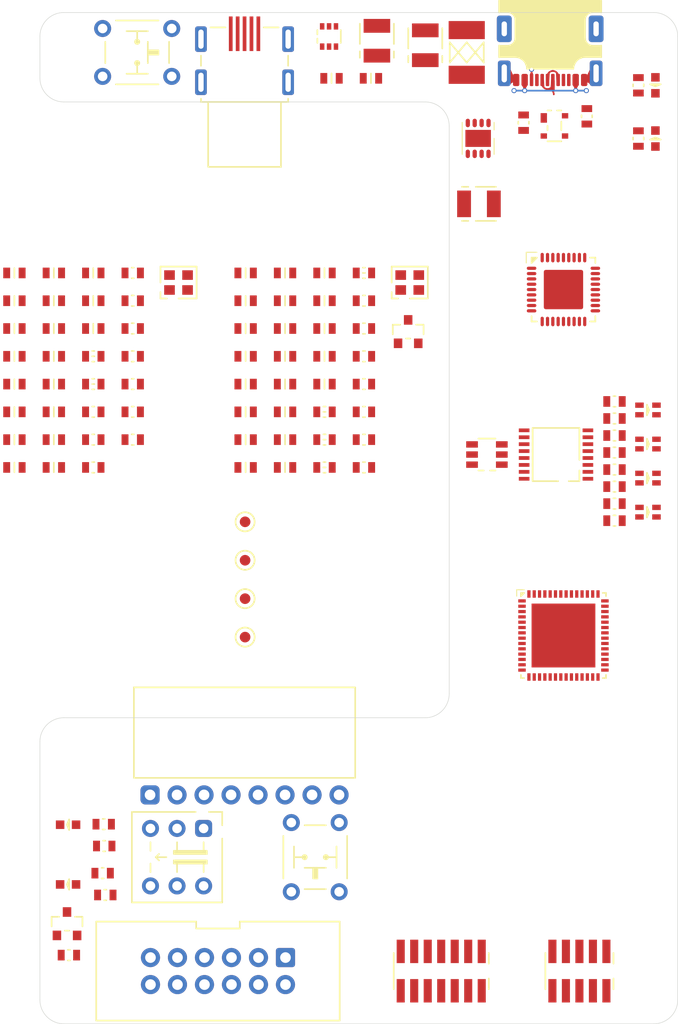
<source format=kicad_pcb>
(kicad_pcb (version 20240108) (generator "pcbnew") (generator_version "8.0")
  (title_block (title "PROGRAMMER & DEBUGGER") (date "2024-12-08") (rev "0.1") (company "TON DUC THANG UNIVERSITY") (comment 1 "Schematic Designed by ...") (comment 2 "PCB Designed by ...") (comment 3 "Approved by ..."))
  (layers (0 "F.Cu" signal) (1 "In1.Cu" signal) (2 "In2.Cu" signal) (31 "B.Cu" signal) (34 "B.Paste" user) (35 "F.Paste" user) (36 "B.SilkS" user "B.Silkscreen") (37 "F.SilkS" user "F.Silkscreen") (38 "B.Mask" user) (39 "F.Mask" user) (44 "Edge.Cuts" user))
  (net 0 "")
  (net 1 "Net-(U1-~{SHDN})")
  (net 2 "GND")
  (net 3 "+5V")
  (net 4 "Net-(U1-CDELAY)")
  (net 5 "+3V3")
  (net 6 "Net-(U2-CRFILT)")
  (net 7 "Net-(U2-PLLFILT)")
  (net 8 "Net-(U2-~{RESET})")
  (net 9 "VTG")
  (net 10 "/USB HUB/USB_N")
  (net 11 "/USB HUB/USB_P")
  (net 12 "Net-(D2-PadA)")
  (net 13 "/TERMINALS/~{MCLR}")
  (net 14 "Net-(D5-PadA)")
  (net 15 "Net-(D6-PadA)")
  (net 16 "Net-(F1-Pad1)")
  (net 17 "Net-(J1-CC2)")
  (net 19 "Net-(J1-CC1)")
  (net 21 "/TERMINALS/DBG_TXD1")
  (net 22 "/USB HUB/XTALIN")
  (net 23 "Net-(SW1-NO1)")
  (net 25 "/USB HUB/XTALOUT")
  (net 26 "Net-(C11-Pad2)")
  (net 27 "Net-(C16-Pad2)")
  (net 28 "Net-(Q1-G)")
  (net 29 "Net-(U2-RBIAS)")
  (net 30 "Net-(U2-SDA{slash}SMBDATA{slash}NON_REM1)")
  (net 31 "Net-(U2-SCL{slash}SMBCLK{slash}CFG_SEL0)")
  (net 32 "Net-(U2-SUSP_IND{slash}LOCAL_PWR{slash}NON_REM0)")
  (net 33 "Net-(U2-VBUS_DET)")
  (net 34 "Net-(C40-Pad2)")
  (net 35 "Net-(U8-VREGIN)")
  (net 36 "Net-(U8-VPLL)")
  (net 37 "Net-(U8-VPHY)")
  (net 38 "Net-(SW1-NC2)")
  (net 39 "Net-(SW1-NO2)")
  (net 40 "/USB HUB/USB1_P")
  (net 41 "/USB HUB/USB1_N")
  (net 42 "Net-(U8-VREGOUT)")
  (net 46 "/VCP/OSCI")
  (net 47 "/VCP/OSCO")
  (net 48 "Net-(Q1-D)")
  (net 49 "Net-(U1-PWRGD)")
  (net 50 "Net-(D7-GA)")
  (net 51 "Net-(D7-RA)")
  (net 52 "Net-(D8-GA)")
  (net 53 "Net-(D8-RA)")
  (net 54 "Net-(D9-RA)")
  (net 55 "Net-(D9-GA)")
  (net 56 "Net-(D10-RA)")
  (net 57 "Net-(D10-GA)")
  (net 58 "/TERMINALS/USB1_VBUS")
  (net 59 "/TERMINALS/PGD")
  (net 60 "/TERMINALS/AUX_RXD1")
  (net 61 "/TERMINALS/DBG_RXD1")
  (net 62 "/TERMINALS/PGC")
  (net 63 "/TERMINALS/USB1_DP")
  (net 64 "/TERMINALS/AUX_TXD1")
  (net 65 "/TERMINALS/VDD_SEN")
  (net 66 "/TERMINALS/USB1_DM")
  (net 67 "/TERMINALS/SWO")
  (net 68 "/TERMINALS/DBG_TXD2")
  (net 69 "/TERMINALS/PRG_USB_P")
  (net 70 "/TERMINALS/PRG_USB_N")
  (net 71 "/TERMINALS/USB2_VBUS")
  (net 72 "/TERMINALS/AUX_TXD2")
  (net 73 "/TERMINALS/DBG_RXD2")
  (net 74 "/TERMINALS/USB2_DP")
  (net 75 "/TERMINALS/USB2_DM")
  (net 76 "/TERMINALS/AUX_RXD2")
  (net 77 "Net-(Q2-D)")
  (net 79 "Net-(U2-HS_IND{slash}CFG_SEL1)")
  (net 80 "/VCP/EECLK")
  (net 81 "Net-(U3-DO)")
  (net 82 "/VCP/EEDATA")
  (net 83 "/VCP/EECS")
  (net 84 "Net-(U8-REF)")
  (net 85 "/VCP/~{PWREN}")
  (net 86 "Net-(U9-Q6)")
  (net 87 "Net-(U9-Q7)")
  (net 88 "Net-(U9-Q4)")
  (net 89 "Net-(U9-Q5)")
  (net 90 "Net-(U9-Q2)")
  (net 91 "Net-(U9-Q3)")
  (net 92 "Net-(U9-Q0)")
  (net 93 "Net-(U9-Q1)")
  (net 94 "/USB HUB/USB1_VBUS")
  (net 99 "/TERMINALS/PRG_VBUS")
  (footprint "SAMPI:RES0603" (layer "F.Cu") (at 70.704999 77.685001)
    (property "Reference" "R10" (hide yes))
    (property "Value" "100K" (hide yes))
  )
  (footprint "SAMPI:CAP0603" (layer "F.Cu") (at 63.284999 88.125001)
    (property "Reference" "C35" (hide yes))
    (property "Value" "10nF" (hide yes))
  )
  (footprint "SAMPI:RES0603" (layer "F.Cu") (at 67.874999 128.850001)
    (property "Reference" "R22" (hide yes))
    (property "Value" "1K" (hide yes))
  )
  (footprint "SAMPI:RES0603" (layer "F.Cu") (at 116.024999 86.137501)
    (property "Reference" "R49" (hide yes))
    (property "Value" "1K" (hide yes))
  )
  (footprint "SAMPI:CAP0603" (layer "F.Cu") (at 63.284999 75.075001)
    (property "Reference" "C14" (hide yes))
    (property "Value" "10nF" (hide yes))
  )
  (footprint "SAMPI:RES0603" (layer "F.Cu") (at 116.024999 90.937501)
    (property "Reference" "R54" (hide yes))
    (property "Value" "1K" (hide yes))
  )
  (footprint "SAMPI:RES0603" (layer "F.Cu") (at 92.454999 88.125001)
    (property "Reference" "R47" (hide yes))
    (property "Value" "10K" (hide yes))
  )
  (footprint "SAMPI:CAP1411" (layer "F.Cu") (at 98.224999 51.075001 90)
    (property "Reference" "C3" (hide yes))
    (property "Value" "220uF" (hide yes))
  )
  (footprint "SAMPI:FT0603" (layer "F.Cu") (at 88.744999 88.125001)
    (property "Reference" "FT4" (hide yes))
    (property "Value" "120R@100MHz" (hide yes))
  )
  (footprint "SAMPI:RES0603" (layer "F.Cu") (at 70.704999 82.905001)
    (property "Reference" "R25" (hide yes))
    (property "Value" "100K" (hide yes))
  )
  (footprint "SAMPI:RES0603" (layer "F.Cu") (at 107.474999 58.350001 90)
    (property "Reference" "R1" (hide yes))
    (property "Value" "5.1K" (hide yes))
  )
  (footprint "SAMPI:TP1MM" (layer "F.Cu") (at 81.274999 106.675001)
    (property "Reference" "TP6" (hide yes))
    (property "Value" "GND" (hide yes))
  )
  (footprint "SAMPI:CAP0603" (layer "F.Cu") (at 59.574999 72.465001)
    (property "Reference" "C4" (hide yes))
    (property "Value" "100nF" (hide yes))
  )
  (footprint "SAMPI:CAP1411" (layer "F.Cu") (at 103.274999 65.975001)
    (property "Reference" "C6" (hide yes))
    (property "Value" "220uF" (hide yes))
  )
  (footprint "SAMPI:DFN8_3x3_MCHP" (layer "F.Cu") (at 103.199999 59.825001 180)
    (property "Reference" "U1" (hide yes))
    (property "Value" "LDO 3.3V" (hide yes))
  )
  (footprint "SAMPI:CAP0603" (layer "F.Cu") (at 88.744999 77.685001)
    (property "Reference" "C54" (hide yes))
    (property "Value" "10uF" (hide yes))
  )
  (footprint "SAMPI:SCREWHOLE-2.5M" (layer "F.Cu") (at 64.225 52.200001)
    (property "Reference" "SH1" (hide yes))
    (property "Value" "SCREW HOLDER" (hide yes))
  )
  (footprint "SAMPI:CAP0603" (layer "F.Cu") (at 85.034999 90.735001)
    (property "Reference" "C51" (hide yes))
    (property "Value" "22pF" (hide yes))
  )
  (footprint "SAMPI:LED0603" (layer "F.Cu") (at 119.874999 54.837501 90)
    (property "Reference" "D3" (hide yes))
    (property "Value" "POWER" (hide yes))
  )
  (footprint "SAMPI:CAP0603" (layer "F.Cu") (at 66.994999 72.465001)
    (property "Reference" "C37" (hide yes))
    (property "Value" "10nF" (hide yes))
  )
  (footprint "SAMPI:RES0603" (layer "F.Cu") (at 92.454999 82.905001)
    (property "Reference" "R39" (hide yes))
    (property "Value" "10K" (hide yes))
  )
  (footprint "SAMPI:TP1MM" (layer "F.Cu") (at 81.274999 95.845001)
    (property "Reference" "TP3" (hide yes))
    (property "Value" "5V" (hide yes))
  )
  (footprint "SAMPI:SCREWHOLE-2.5M" (layer "F.Cu") (at 64.224999 116.500001)
    (property "Reference" "SH7" (hide yes))
    (property "Value" "SCREW HOLDER" (hide yes))
  )
  (footprint "SAMPI:CAP0603" (layer "F.Cu") (at 81.324999 90.735001)
    (property "Reference" "C43" (hide yes))
    (property "Value" "100nF" (hide yes))
  )
  (footprint "SAMPI:CAP0603" (layer "F.Cu") (at 59.574999 75.075001)
    (property "Reference" "C5" (hide yes))
    (property "Value" "100nF" (hide yes))
  )
  (footprint "SAMPI:RES0603" (layer "F.Cu") (at 116.024999 95.737501)
    (property "Reference" "R55" (hide yes))
    (property "Value" "1K" (hide yes))
  )
  (footprint "SAMPI:IDC-2x6x2.54MM_TH" (layer "F.Cu") (at 78.724999 138.050001 180)
    (property "Reference" "J5" (hide yes))
    (property "Value" "MCDBG PORT" (hide yes))
  )
  (footprint "SAMPI:CAP0603" (layer "F.Cu") (at 88.744999 75.075001)
    (property "Reference" "C53" (hide yes))
    (property "Value" "100nF" (hide yes))
  )
  (footprint "SAMPI:CAP0603" (layer "F.Cu") (at 63.284999 90.735001)
    (property "Reference" "C36" (hide yes))
    (property "Value" "10uF" (hide yes))
  )
  (footprint "SAMPI:RES0603" (layer "F.Cu") (at 116.024999 92.537501)
    (property "Reference" "R53" (hide yes))
    (property "Value" "1K" (hide yes))
  )
  (footprint "SAMPI:RES0603" (layer "F.Cu") (at 92.454999 75.075001)
    (property "Reference" "R28" (hide yes))
    (property "Value" "10K" (hide yes))
  )
  (footprint "SAMPI:RES0603" (layer "F.Cu") (at 116.024999 84.537501)
    (property "Reference" "R50" (hide yes))
    (property "Value" "1K" (hide yes))
  )
  (footprint "SAMPI:SCREWHOLE-2.5M" (layer "F.Cu") (at 102.725 85.325002)
    (property "Reference" "SH5" (hide yes))
    (property "Value" "SCREW HOLDER" (hide yes))
  )
  (footprint "SAMPI:RES0603" (layer "F.Cu") (at 92.454999 85.515001)
    (property "Reference" "R46" (hide yes))
    (property "Value" "12K" (hide yes))
  )
  (footprint "SAMPI:CAP0603" (layer "F.Cu") (at 66.994999 75.075001)
    (property "Reference" "C38" (hide yes))
    (property "Value" "100nF" (hide yes))
  )
  (footprint "SAMPI:ZX60-B-5S(31)" (layer "F.Cu") (at 81.224999 52.900001 90)
    (property "Reference" "J4" (hide yes))
    (property "Value" "MICRO USB" (hide yes))
  )
  (footprint "SAMPI:RES0603" (layer "F.Cu") (at 66.994999 85.515001)
    (property "Reference" "R5" (hide yes))
    (property "Value" "10K" (hide yes))
  )
  (footprint "SAMPI:CAP0603" (layer "F.Cu") (at 81.324999 77.685001)
    (property "Reference" "C21" (hide yes))
    (property "Value" "22pF" (hide yes))
  )
  (footprint "SAMPI:RES0603" (layer "F.Cu") (at 92.454999 77.685001)
    (property "Reference" "R29" (hide yes))
    (property "Value" "2.2K" (hide yes))
  )
  (footprint "SAMPI:CAP0603" (layer "F.Cu") (at 59.574999 80.295001)
    (property "Reference" "C8" (hide yes))
    (property "Value" "22pF" (hide yes))
  )
  (footprint "SAMPI:RES0603" (layer "F.Cu") (at 68.124999 130.900001)
    (property "Reference" "R20" (hide yes))
    (property "Value" "100K" (hide yes))
  )
  (footprint "SAMPI:SCREWHOLE-2.5M" (layer "F.Cu") (at 64.225001 140.749999)
    (property "Reference" "SH2" (hide yes))
    (property "Value" "SCREW HOLDER" (hide yes))
  )
  (footprint "SAMPI:CAP0603" (layer "F.Cu") (at 63.284999 85.515001)
    (property "Reference" "C34" (hide yes))
    (property "Value" "10nF" (hide yes))
  )
  (footprint "SAMPI:CAP0603" (layer "F.Cu") (at 85.034999 82.905001)
    (property "Reference" "C48" (hide yes))
    (property "Value" "100nF" (hide yes))
  )
  (footprint "SAMPI:CAP0603" (layer "F.Cu") (at 81.324999 80.295001)
    (property "Reference" "C22" (hide yes))
    (property "Value" "22pF" (hide yes))
  )
  (footprint "SAMPI:RES0603" (layer "F.Cu") (at 66.994999 90.735001)
    (property "Reference" "R7" (hide yes))
    (property "Value" "47K" (hide yes))
  )
  (footprint "SAMPI:RES0603" (layer "F.Cu") (at 70.704999 85.515001)
    (property "Reference" "R34" (hide yes))
    (property "Value" "10K" (hide yes))
  )
  (footprint "SAMPI:CAP0603" (layer "F.Cu") (at 63.284999 77.685001)
    (property "Reference" "C15" (hide yes))
    (property "Value" "100nF" (hide yes))
  )
  (footprint "SAMPI:RES0603" (layer "F.Cu") (at 64.699999 136.550001)
    (property "Reference" "R3" (hide yes))
    (property "Value" "100K" (hide yes))
  )
  (footprint "SAMPI:BUTTON_4P_6x6" (layer "F.Cu") (at 71.125 51.75)
    (property "Reference" "BT1" (hide yes))
    (property "Value" "RESET" (hide yes))
  )
  (footprint "SAMPI:HDF1x8x2.54_TH_RA" (layer "F.Cu") (at 81.224999 121.500001)
    (property "Reference" "J3" (hide yes))
    (property "Value" "SNAP PINOUT" (hide yes))
  )
  (footprint "SAMPI:USB4105" (layer "F.Cu") (at 109.974999 51.600001 180)
    (property "Reference" "J1" (hide yes))
    (property "Value" "USB C" (hide yes))
  )
  (footprint "SAMPI:RES0603" (layer "F.Cu") (at 92.454999 90.735001)
    (property "Reference" "R48" (hide yes))
    (property "Value" "100K" (hide yes))
  )
  (footprint "SAMPI:RES0603" (layer "F.Cu") (at 70.704999 72.465001)
    (property "Reference" "R8" (hide yes))
    (property "Value" "47K" (hide yes))
  )
  (footprint "SAMPI:CAP0603" (layer "F.Cu") (at 63.284999 82.905001)
    (property "Reference" "C17" (hide yes))
    (property "Value" "100nF" (hide yes))
  )
  (footprint "SAMPI:FT0603" (layer "F.Cu") (at 66.994999 82.905001)
    (property "Reference" "FT2" (hide yes))
    (property "Value" "120R@100MHz" (hide yes))
  )
  (footprint "SAMPI:CAP0603" (layer "F.Cu") (at 85.034999 75.075001)
    (property "Reference" "C45" (hide yes))
    (property "Value" "10uF" (hide yes))
  )
  (footprint "Liem:DIL14-1.27-SMD" (layer "F.Cu") (at 99.724999 138.050001 180)
    (property "Reference" "H1" (hide yes))
    (property "Value" "EXT DBG PORT" (hide yes))
  )
  (footprint "SAMPI:LED0603" (layer "F.Cu") (at 64.624999 129.910001)
    (property "Reference" "D6" (hide yes))
    (property "Value" "SWD" (hide yes))
  )
  (footprint "SAMPI:CAP0603" (layer "F.Cu") (at 88.744999 80.295001)
    (property "Reference" "C55" (hide yes))
    (property "Value" "22pF" (hide yes))
  )
  (footprint "SAMPI:CAP1411" (layer "F.Cu") (at 93.674999 50.650001 90)
    (property "Reference" "C26" (hide yes))
    (property "Value" "220uF" (hide yes))
  )
  (footprint "SAMPI:TSSOP16-SOT403-1" (layer "F.Cu") (at 110.524999 89.525001 180)
    (property "Reference" "U9" (hide yes))
    (property "Value" "SHIFT REG 8BIT" (hide yes))
  )
  (footprint "SAMPI:CAP0603" (layer "F.Cu") (at 81.324999 82.905001)
    (property "Reference" "C40" (hide yes))
    (property "Value" "100nF" (hide yes))
  )
  (footprint "SAMPI:LED0603" (layer "F.Cu") (at 119.874999 59.837501 -90)
    (property "Reference" "D2" (hide yes))
    (property "Value" "VCP" (hide yes))
  )
  (footprint "SAMPI:TP1MM" (layer "F.Cu") (at 81.274999 103.065001)
    (property "Reference" "TP5" (hide yes))
    (property "Value" "3V3" (hide yes))
  )
  (footprint "SAMPI:SCREWHOLE-2.5M" (layer "F.Cu") (at 119.724999 116.500001)
    (property "Reference" "SH6" (hide yes))
    (property "Value" "SCREW HOLDER" (hide yes))
  )
  (footprint "SAMPI:RES0603" (layer "F.Cu") (at 116.024999 94.137501)
    (property "Reference" "R56" (hide yes))
    (property "Value" "1K" (hide yes))
  )
  (footprint "SAMPI:LED0603" (layer "F.Cu") (at 64.624999 124.300001)
    (property "Reference" "D5" (hide yes))
    (property "Value" "ICSP/UPDI" (hide yes))
  )
  (footprint "SAMPI:FT0603" (layer "F.Cu") (at 88.744999 90.735001)
    (property "Reference" "FT5" (hide yes))
    (property "Value" "120R@100MHz" (hide yes))
  )
  (footprint "SAMPI:CAP0603" (layer "F.Cu") (at 85.034999 72.465001)
    (property "Reference" "C44" (hide yes))
    (property "Value" "100nF" (hide yes))
  )
  (footprint "SAMPI:LED0606_4P" (layer "F.Cu") (at 119.174999 94.937501 180)
    (property "Reference" "D10" (hide yes))
    (property "Value" "TR1" (hide yes))
  )
  (footprint "SAMPI:RES0603" (layer "F.Cu") (at 68.024999 126.300001)
    (property "Reference" "R19" (hide yes))
    (property "Value" "100K" (hide yes))
  )
  (footprint "SAMPI:CAP0603" (layer "F.Cu") (at 85.034999 77.685001)
    (property "Reference" "C46" (hide yes))
    (property "Value" "10uF" (hide yes))
  )
  (footprint "SAMPI:CAP0603" (layer "F.Cu") (at 59.574999 88.125001)
    (property "Reference" "C11" (hide yes))
    (property "Value" "10nF" (hide yes))
  )
  (footprint "SAMPI:CDFN2520-ABM10" (layer "F.Cu") (at 75.014999 73.365001)
    (property "Reference" "Y1" (hide yes))
    (property "Value" "24MHz" (hide yes))
  )
  (footprint "SAMPI:SCREWHOLE-2.5M" (layer "F.Cu") (at 119.724999 140.749999)
    (property "Reference" "SH3" (hide yes))
    (property "Value" "SCREW HOLDER" (hide yes))
  )
  (footprint "SAMPI:SOT23" (layer "F.Cu") (at 96.614999 77.975001)
    (property "Reference" "Q1" (hide yes))
    (property "Value" "MFET N" (hide yes))
  )
  (footprint "SAMPI:RES0603" (layer "F.Cu") (at 70.704999 88.125001)
    (property "Reference" "R35" (hide yes))
    (property "Value" "10K" (hide yes))
  )
  (footprint "SAMPI:CAP0603" (layer "F.Cu") (at 63.284999 72.465001)
    (property "Reference" "C13" (hide yes))
    (property "Value" "22pF" (hide yes))
  )
  (footprint "SAMPI:TP1MM" (layer "F.Cu") (at 81.274999 99.455001)
    (property "Reference" "TP4" (hide yes))
    (property "Value" "VTG(5V)" (hide yes))
  )
  (footprint "SAMPI:CAP0603" (layer "F.Cu") (at 85.034999 88.125001)
    (property "Reference" "C50" (hide yes))
    (property "Value" "100nF" (hide yes))
  )
  (footprint "Liem:DIL10-1.27-SMD" (layer "F.Cu") (at 112.724999 138.050001 180)
    (property "Reference" "H2" (hide yes))
    (property "Value" "RPDBG" (hide yes))
  )
  (footprint "SAMPI:RES0603" (layer "F.Cu") (at 118.274999 54.837501 -90)
    (property "Reference" "R11" (hide yes))
    (property "Value" "1K" (hide yes))
  )
  (footprint "SAMPI:LED0606_4P" (layer "F.Cu") (at 119.174999 91.737501 180)
    (property "Reference" "D9" (hide yes))
    (property "Value" "TR2" (hide yes))
  )
  (footprint "SAMPI:RES0603" (layer "F.Cu") (at 92.454999 80.295001)
    (property "Reference" "R38" (hide yes))
    (property "Value" "10K" (hide yes))
  )
  (footprint "SAMPI:SW_PUSH_2DPDT" (layer "F.Cu") (at 74.874999 127.350001 180)
    (property "Reference" "SW1" (hide yes))
    (property "Value" "PRG SEL" (hide yes))
  )
  (footprint "SAMPI:CAP0603" (layer "F.Cu") (at 88.744999 82.905001)
    (property "Reference" "C56" (hide yes))
    (property "Value" "22pF" (hide yes))
  )
  (footprint "SAMPI:CAP0603" (layer "F.Cu") (at 59.574999 82.905001)
    (property "Reference" "C9" (hide yes))
    (property "Value" "22pF" (hide yes))
  )
  (footprint "SAMPI:SQFN36_6x6_MCHP" (layer "F.Cu") (at 111.224999 74.025001)
    (property "Reference" "U2" (hide yes))
    (property "Value" "USB HUB 2.0 4-CH" (hide yes))
  )
  (footprint "SAMPI:SCREWHOLE-2.5M" (layer "F.Cu") (at 119.724999 50.250001)
    (property "Reference" "SH4" (hide yes))
    (property "Value" "SCREW HOLDER" (hide yes))
  )
  (footprint "SAMPI:RES0603" (layer "F.Cu") (at 70.704999 75.075001)
    (property "Reference" "R9" (hide yes))
    (property "Value" "47K" (hide yes))
  )
  (footprint "Liem:FUSE1812" (layer "F.Cu") (at 102.124999 51.750001 -90)
    (property "Reference" "F1" (hide yes))
    (property "Value" "750mA" (hide yes))
  )
  (footprint "SAMPI:CAP0603" (layer "F.Cu") (at 63.284999 80.295001)
    (property "Reference" "C16" (hide yes))
    (property "Value" "10nF" (hide yes))
  )
  (footprint "SAMPI:FT0603" (layer "F.Cu") (at 88.744999 85.515001)
    (property "Reference" "FT3" (hide yes))
    (property "Value" "120R@100MHz" (hide yes))
  )
  (footprint "SAMPI:LED0606_4P" (layer "F.Cu") (at 119.174999 88.537501 180)
    (property "Reference" "D8" (hide yes))
    (property "Value" "TR3" (hide yes))
  )
  (footprint "SAMPI:CAP0603" (layer "F.Cu") (at 88.744999 72.465001)
    (property "Reference" "C52" (hide yes))
    (property "Value" "100nF" (hide yes))
  )
  (footprint "SAMPI:LED0606_4P" (layer "F.Cu") (at 119.174999 85.337501 180)
    (property "Reference" "D7" (hide yes))
    (property "Value" "TR4" (hide yes))
  )
  (footprint "SAMPI:CAP0603" (layer "F.Cu") (at 81.324999 88.125001)
    (property "Reference" "C42" (hide yes))
    (property "Value" "100nF" (hide yes))
  )
  (footprint "SAMPI:BUTTON_4P_6x6" (layer "F.Cu") (at 87.874999 127.350001 -90)
    (property "Reference" "BT3" (hide yes))
    (property "Value" "TG RESET" (hide yes))
  )
  (footprint "SAMPI:CAP0603" (layer "F.Cu") (at 93.114997 54.180002)
    (property "Reference" "C31" (hide yes))
    (property "Value" "100nF" (hide yes))
  )
  (footprint "SAMPI:VQFN-56_FTDI" (layer "F.Cu") (at 111.224999 106.525001)
    (property "Reference" "U8" (hide yes))
    (property "Value" "FT4232H" (hide yes))
  )
  (footprint "SAMPI:CAP0603" (layer "F.Cu") (at 81.324999 85.515001)
    (property "Reference" "C41" (hide yes))
    (property "Value" "100nF" (hide yes))
  )
  (footprint "SAMPI:RES0603" (layer "F.Cu") (at 116.024999 87.737501)
    (property "Reference" "R52" (hide yes))
    (property "Value" "1K" (hide yes))
  )
  (footprint "SAMPI:RES0603" (layer "F.Cu") (at 70.704999 80.295001)
    (property "Reference" "R18" (hide yes))
    (property "Value" "10K" (hide yes))
  )
  (footprint "SAMPI:CAP0603" (layer "F.Cu") (at 85.034999 85.515001)
    (property "Reference" "C49" (hide yes))
    (property "Value" "100nF" (hide yes))
  )
  (footprint "SAMPI:RES0603" (layer "F.Cu") (at 113.424999 57.750001 90)
    (property "Reference" "R2" (hide yes))
    (property "Value" "5.1K" (hide yes))
  )
  (footprint "SAMPI:CAP0603" (layer "F.Cu") (at 66.994999 77.685001)
    (property "Reference" "C39" (hide yes))
    (property "Value" "22pF" (hide yes))
  )
  (footprint "SAMPI:CAP0603" (layer "F.Cu") (at 89.404997 54.180002)
    (property "Reference" "C27" (hide yes))
    (property "Value" "10uF" (hide yes))
  )
  (footprint "SAMPI:CAP0603" (layer "F.Cu") (at 85.034999 80.295001)
    (property "Reference" "C47" (hide yes))
    (property "Value" "10uF" (hide yes))
  )
  (footprint "SAMPI:CAP0603" (layer "F.Cu") (at 59.574999 77.685001)
    (property "Reference" "C7" (hide yes))
    (property "Value" "22pF" (hide yes))
  )
  (footprint "SAMPI:FT0603" (layer "F.Cu") (at 92.454999 72.465001)
    (property "Reference" "FT6" (hide yes))
    (property "Value" "120R@100MHz" (hide yes))
  )
  (footprint "SAMPI:SOT363" (layer "F.Cu") (at 89.174999 50.250001)
    (property "Reference" "U7" (hide yes))
    (property "Value" "LOAD SWITCHER" (hide yes))
  )
  (footprint "SAMPI:CDFN2520-ABM10" (layer "F.Cu") (at 96.764999 73.365001)
    (property "Reference" "U10" (hide yes))
    (property "Value" "12MHz" (hide yes))
  )
  (footprint "SAMPI:SOT-23-6_MCHP" (layer "F.Cu") (at 104.024999 89.525001 90)
    (property "Reference" "U3" (hide yes))
    (property "Value" "SPI EEPROM" (hide yes))
  )
  (footprint "SAMPI:RES0603" (layer "F.Cu") (at 66.994999 88.125001)
    (property "Reference" "R6" (hide yes))
    (property "Value" "12K" (hide yes))
  )
  (footprint "SAMPI:FT0603" (layer "F.Cu") (at 66.994999 80.295001)
    (property "Reference" "FT1" (hide yes))
    (property "Value" "120R@100MHz" (hide yes))
  )
  (footprint "SAMPI:CAP0603" (layer "F.Cu") (at 59.574999 85.515001)
    (property "Reference" "C10" (hide yes))
    (property "Value" "100nF" (hide yes))
  )
  (footprint "SAMPI:CAP0603" (layer "F.Cu") (at 81.324999 72.465001)
    (property "Reference" "C19" (hide yes))
    (property "Value" "22pF" (hide yes))
  )
  (footprint "SAMPI:CAP0603" (layer "F.Cu") (at 81.324999 75.075001)
    (property "Reference" "C20" (hide yes))
    (property "Value" "22pF" (hide yes))
  )
  (footprint "SAMPI:SOT23" (layer "F.Cu") (at 64.524999 133.600001)
    (property "Reference" "Q2" (hide yes))
    (property "Value" "MFET N" (hide yes))
  )
  (footprint "SAMPI:RES0603" (layer "F.Cu") (at 118.274999 59.837501 -90)
    (property "Reference" "R27" (hide yes))
    (property "Value" "1K" (hide yes))
  )
  (footprint "SAMPI:SOT143B_NEXT" (layer "F.Cu") (at 110.374999 58.650001 -90)
    (property "Reference" "D1" (hide yes))
    (property "Value" "TVS 5.5V" (hide yes))
  )
  (footprint "SAMPI:RES0603" (layer "F.Cu") (at 67.974999 124.250001)
    (property "Reference" "R21" (hide yes))
    (property "Value" "1K" (hide yes))
  )
  (footprint "SAMPI:RES0603" (layer "F.Cu") (at 116.024999 89.337501)
    (property "Reference" "R51" (hide yes))
    (property "Value" "1K" (hide yes))
  )
  (footprint "SAMPI:CAP0603" (layer "F.Cu") (at 59.574999 90.735001)
    (property "Reference" "C12" (hide yes))
    (property "Value" "10nF" (hide yes))
  )
  (gr_line (start 61.974998 116.5) (end 61.975 140.75) (stroke (width 0.05)) (layer "Edge.Cuts"))
  (gr_line (start 61.974999 54.150001) (end 61.974999 50.250001) (stroke (width 0.05)) (layer "Edge.Cuts"))
  (gr_arc (start 100.475 112.000002) (mid 99.81599 113.590992) (end 98.225 114.250002) (stroke (width 0.05)) (layer "Edge.Cuts"))
  (gr_arc (start 61.975 50.25) (mid 62.63401 48.65901) (end 64.225 48) (stroke (width 0.05)) (layer "Edge.Cuts"))
  (gr_arc (start 61.974998 116.5) (mid 62.634008 114.90901) (end 64.224998 114.25) (stroke (width 0.05)) (layer "Edge.Cuts"))
  (gr_line (start 98.224999 56.400001) (end 64.224999 56.400001) (stroke (width 0.05)) (layer "Edge.Cuts"))
  (gr_arc (start 119.725 48) (mid 121.31599 48.65901) (end 121.975 50.25) (stroke (width 0.05)) (layer "Edge.Cuts"))
  (gr_arc (start 64.225 143) (mid 62.63401 142.34099) (end 61.975 140.75) (stroke (width 0.05)) (layer "Edge.Cuts"))
  (gr_line (start 64.225 143) (end 119.725 143) (stroke (width 0.05)) (layer "Edge.Cuts"))
  (gr_line (start 64.224998 114.25) (end 98.225 114.250002) (stroke (width 0.05)) (layer "Edge.Cuts"))
  (gr_line (start 121.975 140.75) (end 121.975 50.25) (stroke (width 0.05)) (layer "Edge.Cuts"))
  (gr_arc (start 98.224999 56.400001) (mid 99.815989 57.059011) (end 100.474999 58.650001) (stroke (width 0.05)) (layer "Edge.Cuts"))
  (gr_line (start 100.475 112.000002) (end 100.474999 58.650001) (stroke (width 0.05)) (layer "Edge.Cuts"))
  (gr_arc (start 121.975 140.75) (mid 121.31599 142.34099) (end 119.725 143) (stroke (width 0.05)) (layer "Edge.Cuts"))
  (gr_arc (start 64.224999 56.400001) (mid 62.634009 55.740991) (end 61.974999 54.150001) (stroke (width 0.05)) (layer "Edge.Cuts"))
  (gr_line (start 119.725 48) (end 64.225 48) (stroke (width 0.05)) (layer "Edge.Cuts"))
  (segment (start 106.279999 54.337501) (end 105.654999 53.712501) (width 0.16) (layer "F.Cu") (net 2))
  (segment (start 106.774999 54.337501) (end 106.279999 54.337501) (width 0.16) (layer "F.Cu") (net 2))
  (segment (start 113.669999 54.337501) (end 114.294999 53.712501) (width 0.16) (layer "F.Cu") (net 2))
  (segment (start 113.174999 54.337501) (end 113.669999 54.337501) (width 0.16) (layer "F.Cu") (net 2))
  (segment (start 110.224999 53.488501) (end 110.224999 53.488501) (width 0.16) (layer "F.Cu") (net 10))
  (segment (start 110.634999 54.427501) (end 110.724999 54.337501) (width 0.16) (layer "F.Cu") (net 10))
  (segment (start 110.724999 53.988501) (end 110.724999 54.337501) (width 0.16) (layer "F.Cu") (net 10))
  (segment (start 109.724999 54.337501) (end 109.724999 53.988501) (width 0.16) (layer "F.Cu") (net 10))
  (arc (start 110.724999 53.988501) (mid 110.578552 53.634948) (end 110.224999 53.488501) (width 0.16) (layer "F.Cu") (net 10))
  (arc (start 109.724999 53.988501) (mid 109.871446 53.634948) (end 110.224999 53.488501) (width 0.16) (layer "F.Cu") (net 10))
  (segment (start 110.108142 55.009747) (end 110.108142 55.089747) (width 0.16) (layer "F.Cu") (net 11))
  (segment (start 110.314999 54.427501) (end 110.224999 54.337501) (width 0.16) (layer "F.Cu") (net 11))
  (segment (start 109.224999 54.688501) (end 109.224999 54.337501) (width 0.16) (layer "F.Cu") (net 11))
  (segment (start 110.224999 54.337501) (end 110.224999 54.688501) (width 0.16) (layer "F.Cu") (net 11))
  (segment (start 109.724999 55.188501) (end 110.314353 55.188501) (width 0.16) (layer "F.Cu") (net 11))
  (segment (start 110.224999 55.276604) (end 110.314999 55.366604) (width 0.16) (layer "F.Cu") (net 11))
  (segment (start 109.724999 55.188501) (end 109.724999 55.188501) (width 0.16) (layer "F.Cu") (net 11))
  (segment (start 110.224999 55.206604) (end 110.224999 55.276604) (width 0.16) (layer "F.Cu") (net 11))
  (segment (start 110.224999 54.337501) (end 110.224999 55.206604) (width 0.16) (layer "F.Cu") (net 11))
  (segment (start 110.314999 55.187855) (end 110.314999 54.427501) (width 0.16) (layer "F.Cu") (net 11))
  (segment (start 110.314999 55.366604) (end 110.314999 55.187855) (width 0.16) (layer "F.Cu") (net 11))
  (segment (start 110.314353 55.188501) (end 110.314999 55.187855) (width 0.16) (layer "F.Cu") (net 11))
  (segment (start 110.108142 55.089747) (end 110.224999 55.206604) (width 0.16) (layer "F.Cu") (net 11))
  (arc (start 110.224999 54.688501) (mid 110.078552 55.042054) (end 109.724999 55.188501) (width 0.16) (layer "F.Cu") (net 11))
  (arc (start 109.814999 55.186604) (mid 110.168552 55.333051) (end 110.314999 55.686604) (width 0.16) (layer "F.Cu") (net 11))
  (arc (start 109.224999 54.688501) (mid 109.371446 55.042054) (end 109.724999 55.188501) (width 0.16) (layer "F.Cu") (net 11))
  (segment (start 112.374999 55.337501) (end 113.374999 55.337501) (width 0.16) (layer "F.Cu") (net 16))
  (segment (start 107.574999 55.337501) (end 106.574999 55.337501) (width 0.16) (layer "F.Cu") (net 16))
  (segment (start 112.374999 54.337501) (end 112.374999 55.337501) (width 0.16) (layer "F.Cu") (net 16))
  (segment (start 107.574999 54.337501) (end 107.574999 55.337501) (width 0.16) (layer "F.Cu") (net 16))
  (via (at 107.574999 55.337501) (size 0.48) (drill 0.3) (layers "F.Cu" "B.Cu") (net 16))
  (via (at 112.374999 55.337501) (size 0.48) (drill 0.3) (layers "F.Cu" "B.Cu") (net 16))
  (via (at 113.374999 55.337501) (size 0.48) (drill 0.3) (layers "F.Cu" "B.Cu") (net 16))
  (via (at 106.574999 55.337501) (size 0.48) (drill 0.3) (layers "F.Cu" "B.Cu") (net 16))
  (segment (start 113.374999 55.337501) (end 106.574999 55.337501) (width 0.16) (layer "B.Cu") (net 16))
  (segment (start 108.224999 54.337501) (end 108.224999 53.337501) (width 0.16) (layer "F.Cu") (net 17))
  (via (at 108.224999 53.337501) (size 0.48) (drill 0.3) (layers "F.Cu" "B.Cu") (net 17))
)
</source>
